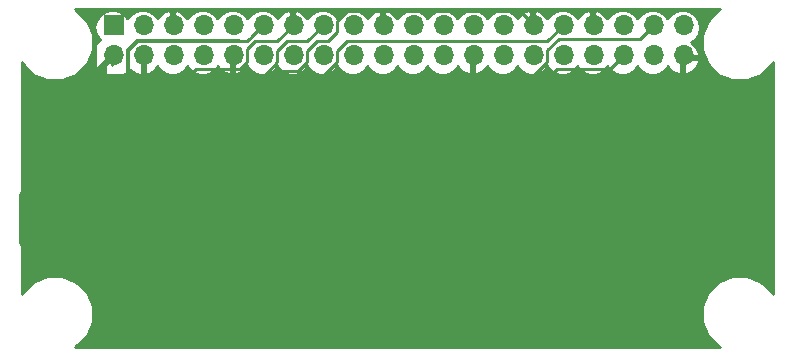
<source format=gtl>
G04 #@! TF.GenerationSoftware,KiCad,Pcbnew,(5.1.10-1-10_14)*
G04 #@! TF.CreationDate,2021-06-13T21:08:41+02:00*
G04 #@! TF.ProjectId,led_status_pcb_design,6c65645f-7374-4617-9475-735f7063625f,1.0*
G04 #@! TF.SameCoordinates,Original*
G04 #@! TF.FileFunction,Copper,L1,Top*
G04 #@! TF.FilePolarity,Positive*
%FSLAX46Y46*%
G04 Gerber Fmt 4.6, Leading zero omitted, Abs format (unit mm)*
G04 Created by KiCad (PCBNEW (5.1.10-1-10_14)) date 2021-06-13 21:08:41*
%MOMM*%
%LPD*%
G01*
G04 APERTURE LIST*
G04 #@! TA.AperFunction,ComponentPad*
%ADD10R,1.700000X1.700000*%
G04 #@! TD*
G04 #@! TA.AperFunction,ComponentPad*
%ADD11C,1.700000*%
G04 #@! TD*
G04 #@! TA.AperFunction,ComponentPad*
%ADD12C,1.800000*%
G04 #@! TD*
G04 #@! TA.AperFunction,ComponentPad*
%ADD13R,1.800000X1.800000*%
G04 #@! TD*
G04 #@! TA.AperFunction,ComponentPad*
%ADD14O,1.700000X1.700000*%
G04 #@! TD*
G04 #@! TA.AperFunction,ComponentPad*
%ADD15C,1.600000*%
G04 #@! TD*
G04 #@! TA.AperFunction,ComponentPad*
%ADD16R,1.600000X1.600000*%
G04 #@! TD*
G04 #@! TA.AperFunction,ComponentPad*
%ADD17O,1.000000X1.500000*%
G04 #@! TD*
G04 #@! TA.AperFunction,ComponentPad*
%ADD18R,1.000000X1.500000*%
G04 #@! TD*
G04 #@! TA.AperFunction,ComponentPad*
%ADD19O,1.600000X1.600000*%
G04 #@! TD*
G04 #@! TA.AperFunction,Conductor*
%ADD20C,0.250000*%
G04 #@! TD*
G04 #@! TA.AperFunction,Conductor*
%ADD21C,0.500000*%
G04 #@! TD*
G04 #@! TA.AperFunction,Conductor*
%ADD22C,0.300000*%
G04 #@! TD*
G04 #@! TA.AperFunction,Conductor*
%ADD23C,0.254000*%
G04 #@! TD*
G04 #@! TA.AperFunction,Conductor*
%ADD24C,0.100000*%
G04 #@! TD*
G04 APERTURE END LIST*
D10*
X168778920Y-115939560D03*
D11*
X171318920Y-113399560D03*
X173858920Y-115939560D03*
D12*
X138812000Y-109808000D03*
D13*
X136272000Y-109808000D03*
D10*
X126002780Y-93107500D03*
D14*
X126002780Y-95647500D03*
X128542780Y-93107500D03*
X128542780Y-95647500D03*
X131082780Y-93107500D03*
X131082780Y-95647500D03*
X133622780Y-93107500D03*
X133622780Y-95647500D03*
X136162780Y-93107500D03*
X136162780Y-95647500D03*
X138702780Y-93107500D03*
X138702780Y-95647500D03*
X141242780Y-93107500D03*
X141242780Y-95647500D03*
X143782780Y-93107500D03*
X143782780Y-95647500D03*
X146322780Y-93107500D03*
X146322780Y-95647500D03*
X148862780Y-93107500D03*
X148862780Y-95647500D03*
X151402780Y-93107500D03*
X151402780Y-95647500D03*
X153942780Y-93107500D03*
X153942780Y-95647500D03*
X156482780Y-93107500D03*
X156482780Y-95647500D03*
X159022780Y-93107500D03*
X159022780Y-95647500D03*
X161562780Y-93107500D03*
X161562780Y-95647500D03*
X164102780Y-93107500D03*
X164102780Y-95647500D03*
X166642780Y-93107500D03*
X166642780Y-95647500D03*
X169182780Y-93107500D03*
X169182780Y-95647500D03*
X171722780Y-93107500D03*
X171722780Y-95647500D03*
X174262780Y-93107500D03*
X174262780Y-95647500D03*
D15*
X119652000Y-101478000D03*
D16*
X122302000Y-104728000D03*
D12*
X119586740Y-109774980D03*
D13*
X122126740Y-109774980D03*
X126112000Y-109808000D03*
D12*
X128652000Y-109808000D03*
D13*
X131192000Y-109808000D03*
D12*
X133732000Y-109808000D03*
D13*
X141352000Y-109808000D03*
D12*
X143892000Y-109808000D03*
D13*
X146432000Y-109808000D03*
D12*
X148972000Y-109808000D03*
X154052000Y-109808000D03*
D13*
X151512000Y-109808000D03*
D12*
X159132000Y-109808000D03*
D13*
X156592000Y-109808000D03*
D12*
X164212000Y-109808000D03*
D13*
X161672000Y-109808000D03*
X166752000Y-109808000D03*
D12*
X169292000Y-109808000D03*
D17*
X175642000Y-111078000D03*
X176912000Y-111078000D03*
D18*
X174372000Y-111078000D03*
D19*
X126457440Y-106767620D03*
D15*
X126457440Y-99147620D03*
X130089640Y-99198420D03*
D19*
X130089640Y-106818420D03*
D15*
X133673580Y-99147620D03*
D19*
X133673580Y-106767620D03*
X137315940Y-106127540D03*
D15*
X137315940Y-98507540D03*
X141270720Y-98507540D03*
D19*
X141270720Y-106127540D03*
X145019760Y-106127540D03*
D15*
X145019760Y-98507540D03*
X148319220Y-99056180D03*
D19*
X148319220Y-106676180D03*
X152141920Y-106564420D03*
D15*
X152141920Y-98944420D03*
X156129720Y-99043480D03*
D19*
X156129720Y-106663480D03*
X159914320Y-106612680D03*
D15*
X159914320Y-98992680D03*
X164031660Y-98647240D03*
D19*
X164031660Y-106267240D03*
X168126140Y-106196120D03*
D15*
X168126140Y-98576120D03*
X171875180Y-98576120D03*
D19*
X171875180Y-106196120D03*
X175481980Y-106267240D03*
D15*
X175481980Y-98647240D03*
X179159900Y-99061260D03*
D19*
X179159900Y-106681260D03*
D20*
X125902000Y-96502998D02*
X125902000Y-95838000D01*
X174372000Y-109042222D02*
X180284901Y-103129321D01*
X174372000Y-111078000D02*
X174372000Y-109042222D01*
X175896000Y-99061260D02*
X175481980Y-98647240D01*
X179159900Y-99061260D02*
X175896000Y-99061260D01*
D21*
X122302000Y-99348280D02*
X122302000Y-104728000D01*
X126002780Y-95647500D02*
X122302000Y-99348280D01*
X126002780Y-95647500D02*
X125152781Y-96497499D01*
X127057441Y-100397621D02*
X128542780Y-98912282D01*
X125857439Y-100397621D02*
X127057441Y-100397621D01*
X128542780Y-98912282D02*
X128542780Y-95647500D01*
X125152781Y-99692963D02*
X125857439Y-100397621D01*
X125152781Y-96497499D02*
X125152781Y-99692963D01*
X175681999Y-119176001D02*
X175681999Y-115959999D01*
X161122879Y-119176001D02*
X175681999Y-119176001D01*
X127598003Y-119176001D02*
X161122879Y-119176001D01*
X160692041Y-119176001D02*
X161122879Y-119176001D01*
X122640001Y-114217999D02*
X127598003Y-119176001D01*
X120938579Y-114217999D02*
X122640001Y-114217999D01*
X118236739Y-111516159D02*
X120938579Y-114217999D01*
X118236739Y-107493261D02*
X118236739Y-111516159D01*
X121002000Y-104728000D02*
X118236739Y-107493261D01*
X122302000Y-104728000D02*
X121002000Y-104728000D01*
X180409901Y-111232097D02*
X180409901Y-100311261D01*
X180409901Y-100311261D02*
X179159900Y-99061260D01*
X175681999Y-115959999D02*
X180409901Y-111232097D01*
D20*
X127978779Y-94472499D02*
X127177781Y-95273497D01*
X127177781Y-95273497D02*
X127177781Y-97751639D01*
X137337781Y-94472499D02*
X127978779Y-94472499D01*
X138702780Y-93107500D02*
X137337781Y-94472499D01*
D22*
X127202781Y-95211497D02*
X127202781Y-98402279D01*
X127966779Y-94447499D02*
X127202781Y-95211497D01*
X136598783Y-94447499D02*
X127966779Y-94447499D01*
X126516109Y-99088951D02*
X126457440Y-99088951D01*
X127202781Y-98402279D02*
X126516109Y-99088951D01*
X138702780Y-93107500D02*
X137812791Y-93997489D01*
D20*
X138602000Y-95838000D02*
X138596100Y-95838000D01*
X131355062Y-98438960D02*
X130099800Y-98438960D01*
X136726781Y-96822501D02*
X132971521Y-96822501D01*
X137337781Y-96211501D02*
X136726781Y-96822501D01*
X137337781Y-95108909D02*
X137337781Y-96211501D01*
X132971521Y-96822501D02*
X131355062Y-98438960D01*
X137974191Y-94472499D02*
X137337781Y-95108909D01*
X139877781Y-94472499D02*
X137974191Y-94472499D01*
X141242780Y-93107500D02*
X139877781Y-94472499D01*
X138706743Y-97382539D02*
X134831601Y-97382539D01*
X139877781Y-96211501D02*
X138706743Y-97382539D01*
X139877781Y-95273497D02*
X139877781Y-96211501D01*
X140678779Y-94472499D02*
X139877781Y-95273497D01*
X134831601Y-97382539D02*
X133706600Y-98507540D01*
X142417781Y-94472499D02*
X140678779Y-94472499D01*
X143782780Y-93107500D02*
X142417781Y-94472499D01*
X139704052Y-97021640D02*
X138218152Y-98507540D01*
X141607642Y-97021640D02*
X139704052Y-97021640D01*
X142417781Y-96211501D02*
X141607642Y-97021640D01*
X142417781Y-95280219D02*
X142417781Y-96211501D01*
X143225501Y-94472499D02*
X142417781Y-95280219D01*
X144156783Y-94472499D02*
X143225501Y-94472499D01*
X144957781Y-93671501D02*
X144156783Y-94472499D01*
X144957781Y-92733497D02*
X144957781Y-93671501D01*
X145758779Y-91932499D02*
X144957781Y-92733497D01*
X160387779Y-91932499D02*
X145758779Y-91932499D01*
X138218152Y-98507540D02*
X137315940Y-98507540D01*
X161562780Y-93107500D02*
X160387779Y-91932499D01*
X142661742Y-98507540D02*
X141270720Y-98507540D01*
X144957781Y-96211501D02*
X142661742Y-98507540D01*
X144957781Y-95273497D02*
X144957781Y-96211501D01*
X162737781Y-94472499D02*
X145758779Y-94472499D01*
X145758779Y-94472499D02*
X144957781Y-95273497D01*
X164102780Y-93107500D02*
X162737781Y-94472499D01*
X160402000Y-98378000D02*
X160402000Y-99052991D01*
X163538779Y-96822501D02*
X161785160Y-98576120D01*
X168007779Y-96822501D02*
X163538779Y-96822501D01*
X169182780Y-95647500D02*
X168007779Y-96822501D01*
D22*
X160330880Y-98576120D02*
X159914320Y-98992680D01*
X161785160Y-98576120D02*
X160330880Y-98576120D01*
D20*
X146213341Y-97313959D02*
X145019760Y-98507540D01*
X161635323Y-97313959D02*
X146213341Y-97313959D01*
X162737781Y-96211501D02*
X161635323Y-97313959D01*
X162737781Y-95247199D02*
X162737781Y-96211501D01*
X163702479Y-94282501D02*
X162737781Y-95247199D01*
X170547779Y-94282501D02*
X163702479Y-94282501D01*
X171722780Y-93107500D02*
X170547779Y-94282501D01*
D22*
X126457440Y-106767620D02*
X123697238Y-106767620D01*
X119696738Y-109774980D02*
X119586740Y-109774980D01*
X122704098Y-106767620D02*
X119696738Y-109774980D01*
X126457440Y-106767620D02*
X122704098Y-106767620D01*
X130089640Y-108370360D02*
X128652000Y-109808000D01*
X130089640Y-106818420D02*
X130089640Y-108370360D01*
D20*
X133706600Y-109782600D02*
X133732000Y-109808000D01*
D22*
X133673580Y-109749580D02*
X133732000Y-109808000D01*
X133673580Y-106767620D02*
X133673580Y-109749580D01*
D20*
X137315940Y-108311940D02*
X138812000Y-109808000D01*
X137315940Y-106127540D02*
X137315940Y-108311940D01*
X143892000Y-108748820D02*
X143892000Y-109808000D01*
X141270720Y-106127540D02*
X143892000Y-108748820D01*
X148700220Y-109808000D02*
X148972000Y-109808000D01*
X145019760Y-106127540D02*
X148700220Y-109808000D01*
D22*
X151958421Y-107714421D02*
X154052000Y-109808000D01*
X149710521Y-107714421D02*
X151958421Y-107714421D01*
X148509720Y-106513620D02*
X149710521Y-107714421D01*
X157881999Y-108557999D02*
X159132000Y-109808000D01*
X154135499Y-108557999D02*
X157881999Y-108557999D01*
X152141920Y-106564420D02*
X154135499Y-108557999D01*
X162961999Y-108557999D02*
X164212000Y-109808000D01*
X159155609Y-108557999D02*
X162961999Y-108557999D01*
X157261090Y-106663480D02*
X159155609Y-108557999D01*
X156129720Y-106663480D02*
X157261090Y-106663480D01*
D20*
X168066999Y-108582999D02*
X169292000Y-109808000D01*
X164682417Y-108582999D02*
X168066999Y-108582999D01*
X162295538Y-106196120D02*
X164682417Y-108582999D01*
X159868600Y-106196120D02*
X162295538Y-106196120D01*
D22*
X170750179Y-107204281D02*
X170714400Y-107240060D01*
X170725179Y-112407039D02*
X171646580Y-113328440D01*
X170725179Y-99726121D02*
X170725179Y-112407039D01*
X171875180Y-98576120D02*
X170725179Y-99726121D01*
D20*
X175690260Y-111078000D02*
X176086990Y-110681270D01*
X175642000Y-111078000D02*
X175690260Y-111078000D01*
D22*
X174186580Y-114512080D02*
X175642000Y-113056660D01*
X174186580Y-115868440D02*
X174186580Y-114512080D01*
D20*
X175642000Y-113056660D02*
X175642000Y-111078000D01*
D22*
X175642000Y-110199160D02*
X175642000Y-111078000D01*
X179159900Y-106681260D02*
X175642000Y-110199160D01*
D20*
X171946300Y-106267240D02*
X171875180Y-106196120D01*
X175481980Y-106267240D02*
X171946300Y-106267240D01*
D23*
X177204051Y-91832281D02*
X176296281Y-92740051D01*
X175805000Y-93926110D01*
X175805000Y-95209890D01*
X176296281Y-96395949D01*
X177204051Y-97303719D01*
X178390110Y-97795000D01*
X179673890Y-97795000D01*
X180859949Y-97303719D01*
X181767719Y-96395949D01*
X181822000Y-96264903D01*
X181822001Y-115871099D01*
X181767719Y-115740051D01*
X180859949Y-114832281D01*
X179673890Y-114341000D01*
X178390110Y-114341000D01*
X177204051Y-114832281D01*
X176296281Y-115740051D01*
X175805000Y-116926110D01*
X175805000Y-118209890D01*
X176296281Y-119395949D01*
X177204051Y-120303719D01*
X177335097Y-120358000D01*
X122728903Y-120358000D01*
X122859949Y-120303719D01*
X123767719Y-119395949D01*
X124259000Y-118209890D01*
X124259000Y-116926110D01*
X123767719Y-115740051D01*
X122859949Y-114832281D01*
X121673890Y-114341000D01*
X120390110Y-114341000D01*
X119204051Y-114832281D01*
X118296281Y-115740051D01*
X118242000Y-115871097D01*
X118242000Y-96264903D01*
X118296281Y-96395949D01*
X119204051Y-97303719D01*
X120390110Y-97795000D01*
X121673890Y-97795000D01*
X122859949Y-97303719D01*
X123767719Y-96395949D01*
X124259000Y-95209890D01*
X124259000Y-93926110D01*
X123998829Y-93298000D01*
X124387908Y-93298000D01*
X124503161Y-93877418D01*
X124831375Y-94368625D01*
X124849619Y-94380816D01*
X124804235Y-94389843D01*
X124594191Y-94530191D01*
X124453843Y-94740235D01*
X124404560Y-94988000D01*
X124404560Y-96688000D01*
X124453843Y-96935765D01*
X124594191Y-97145809D01*
X124804235Y-97286157D01*
X125052000Y-97335440D01*
X126752000Y-97335440D01*
X126999765Y-97286157D01*
X127209809Y-97145809D01*
X127350157Y-96935765D01*
X127359184Y-96890381D01*
X127371375Y-96908625D01*
X127862582Y-97236839D01*
X128295744Y-97323000D01*
X128588256Y-97323000D01*
X129021418Y-97236839D01*
X129512625Y-96908625D01*
X129712000Y-96610239D01*
X129911375Y-96908625D01*
X130402582Y-97236839D01*
X130835744Y-97323000D01*
X131128256Y-97323000D01*
X131561418Y-97236839D01*
X132052625Y-96908625D01*
X132252000Y-96610239D01*
X132451375Y-96908625D01*
X132942582Y-97236839D01*
X133375744Y-97323000D01*
X133668256Y-97323000D01*
X134101418Y-97236839D01*
X134592625Y-96908625D01*
X134805843Y-96589522D01*
X134866817Y-96719358D01*
X135295076Y-97109645D01*
X135705110Y-97279476D01*
X135935000Y-97158155D01*
X135935000Y-95965000D01*
X135915000Y-95965000D01*
X135915000Y-95711000D01*
X135935000Y-95711000D01*
X135935000Y-95691000D01*
X136189000Y-95691000D01*
X136189000Y-95711000D01*
X136209000Y-95711000D01*
X136209000Y-95965000D01*
X136189000Y-95965000D01*
X136189000Y-97158155D01*
X136418890Y-97279476D01*
X136828924Y-97109645D01*
X137257183Y-96719358D01*
X137318157Y-96589522D01*
X137531375Y-96908625D01*
X138022582Y-97236839D01*
X138455744Y-97323000D01*
X138748256Y-97323000D01*
X139181418Y-97236839D01*
X139672625Y-96908625D01*
X139872000Y-96610239D01*
X140071375Y-96908625D01*
X140562582Y-97236839D01*
X140995744Y-97323000D01*
X141288256Y-97323000D01*
X141721418Y-97236839D01*
X142212625Y-96908625D01*
X142412000Y-96610239D01*
X142611375Y-96908625D01*
X143102582Y-97236839D01*
X143535744Y-97323000D01*
X143828256Y-97323000D01*
X144261418Y-97236839D01*
X144752625Y-96908625D01*
X144952000Y-96610239D01*
X145151375Y-96908625D01*
X145642582Y-97236839D01*
X146075744Y-97323000D01*
X146368256Y-97323000D01*
X146801418Y-97236839D01*
X147292625Y-96908625D01*
X147492000Y-96610239D01*
X147691375Y-96908625D01*
X148182582Y-97236839D01*
X148615744Y-97323000D01*
X148908256Y-97323000D01*
X149341418Y-97236839D01*
X149832625Y-96908625D01*
X150032000Y-96610239D01*
X150231375Y-96908625D01*
X150722582Y-97236839D01*
X151155744Y-97323000D01*
X151448256Y-97323000D01*
X151881418Y-97236839D01*
X152372625Y-96908625D01*
X152572000Y-96610239D01*
X152771375Y-96908625D01*
X153262582Y-97236839D01*
X153695744Y-97323000D01*
X153988256Y-97323000D01*
X154421418Y-97236839D01*
X154912625Y-96908625D01*
X155125843Y-96589522D01*
X155186817Y-96719358D01*
X155615076Y-97109645D01*
X156025110Y-97279476D01*
X156255000Y-97158155D01*
X156255000Y-95965000D01*
X156235000Y-95965000D01*
X156235000Y-95711000D01*
X156255000Y-95711000D01*
X156255000Y-95691000D01*
X156509000Y-95691000D01*
X156509000Y-95711000D01*
X156529000Y-95711000D01*
X156529000Y-95965000D01*
X156509000Y-95965000D01*
X156509000Y-97158155D01*
X156738890Y-97279476D01*
X157148924Y-97109645D01*
X157577183Y-96719358D01*
X157638157Y-96589522D01*
X157851375Y-96908625D01*
X158342582Y-97236839D01*
X158775744Y-97323000D01*
X159068256Y-97323000D01*
X159501418Y-97236839D01*
X159992625Y-96908625D01*
X160192000Y-96610239D01*
X160391375Y-96908625D01*
X160882582Y-97236839D01*
X161315744Y-97323000D01*
X161608256Y-97323000D01*
X162041418Y-97236839D01*
X162532625Y-96908625D01*
X162732000Y-96610239D01*
X162931375Y-96908625D01*
X163422582Y-97236839D01*
X163855744Y-97323000D01*
X164148256Y-97323000D01*
X164581418Y-97236839D01*
X165072625Y-96908625D01*
X165272000Y-96610239D01*
X165471375Y-96908625D01*
X165962582Y-97236839D01*
X166395744Y-97323000D01*
X166688256Y-97323000D01*
X167121418Y-97236839D01*
X167612625Y-96908625D01*
X167812000Y-96610239D01*
X168011375Y-96908625D01*
X168502582Y-97236839D01*
X168935744Y-97323000D01*
X169228256Y-97323000D01*
X169661418Y-97236839D01*
X170152625Y-96908625D01*
X170352000Y-96610239D01*
X170551375Y-96908625D01*
X171042582Y-97236839D01*
X171475744Y-97323000D01*
X171768256Y-97323000D01*
X172201418Y-97236839D01*
X172692625Y-96908625D01*
X172905843Y-96589522D01*
X172966817Y-96719358D01*
X173395076Y-97109645D01*
X173805110Y-97279476D01*
X174035000Y-97158155D01*
X174035000Y-95965000D01*
X174289000Y-95965000D01*
X174289000Y-97158155D01*
X174518890Y-97279476D01*
X174928924Y-97109645D01*
X175357183Y-96719358D01*
X175603486Y-96194892D01*
X175482819Y-95965000D01*
X174289000Y-95965000D01*
X174035000Y-95965000D01*
X174015000Y-95965000D01*
X174015000Y-95711000D01*
X174035000Y-95711000D01*
X174035000Y-95691000D01*
X174289000Y-95691000D01*
X174289000Y-95711000D01*
X175482819Y-95711000D01*
X175603486Y-95481108D01*
X175357183Y-94956642D01*
X174932214Y-94569353D01*
X175232625Y-94368625D01*
X175560839Y-93877418D01*
X175676092Y-93298000D01*
X175560839Y-92718582D01*
X175232625Y-92227375D01*
X174741418Y-91899161D01*
X174308256Y-91813000D01*
X174015744Y-91813000D01*
X173582582Y-91899161D01*
X173091375Y-92227375D01*
X172892000Y-92525761D01*
X172692625Y-92227375D01*
X172201418Y-91899161D01*
X171768256Y-91813000D01*
X171475744Y-91813000D01*
X171042582Y-91899161D01*
X170551375Y-92227375D01*
X170352000Y-92525761D01*
X170152625Y-92227375D01*
X169661418Y-91899161D01*
X169228256Y-91813000D01*
X168935744Y-91813000D01*
X168502582Y-91899161D01*
X168011375Y-92227375D01*
X167798157Y-92546478D01*
X167737183Y-92416642D01*
X167308924Y-92026355D01*
X166898890Y-91856524D01*
X166669000Y-91977845D01*
X166669000Y-93171000D01*
X166689000Y-93171000D01*
X166689000Y-93425000D01*
X166669000Y-93425000D01*
X166669000Y-93445000D01*
X166415000Y-93445000D01*
X166415000Y-93425000D01*
X166395000Y-93425000D01*
X166395000Y-93171000D01*
X166415000Y-93171000D01*
X166415000Y-91977845D01*
X166185110Y-91856524D01*
X165775076Y-92026355D01*
X165346817Y-92416642D01*
X165285843Y-92546478D01*
X165072625Y-92227375D01*
X164581418Y-91899161D01*
X164148256Y-91813000D01*
X163855744Y-91813000D01*
X163422582Y-91899161D01*
X162931375Y-92227375D01*
X162718157Y-92546478D01*
X162657183Y-92416642D01*
X162228924Y-92026355D01*
X161818890Y-91856524D01*
X161589000Y-91977845D01*
X161589000Y-93171000D01*
X161609000Y-93171000D01*
X161609000Y-93425000D01*
X161589000Y-93425000D01*
X161589000Y-93445000D01*
X161335000Y-93445000D01*
X161335000Y-93425000D01*
X161315000Y-93425000D01*
X161315000Y-93171000D01*
X161335000Y-93171000D01*
X161335000Y-91977845D01*
X161105110Y-91856524D01*
X160695076Y-92026355D01*
X160266817Y-92416642D01*
X160205843Y-92546478D01*
X159992625Y-92227375D01*
X159501418Y-91899161D01*
X159068256Y-91813000D01*
X158775744Y-91813000D01*
X158342582Y-91899161D01*
X157851375Y-92227375D01*
X157652000Y-92525761D01*
X157452625Y-92227375D01*
X156961418Y-91899161D01*
X156528256Y-91813000D01*
X156235744Y-91813000D01*
X155802582Y-91899161D01*
X155311375Y-92227375D01*
X155112000Y-92525761D01*
X154912625Y-92227375D01*
X154421418Y-91899161D01*
X153988256Y-91813000D01*
X153695744Y-91813000D01*
X153262582Y-91899161D01*
X152771375Y-92227375D01*
X152572000Y-92525761D01*
X152372625Y-92227375D01*
X151881418Y-91899161D01*
X151448256Y-91813000D01*
X151155744Y-91813000D01*
X150722582Y-91899161D01*
X150231375Y-92227375D01*
X150018157Y-92546478D01*
X149957183Y-92416642D01*
X149528924Y-92026355D01*
X149118890Y-91856524D01*
X148889000Y-91977845D01*
X148889000Y-93171000D01*
X148909000Y-93171000D01*
X148909000Y-93425000D01*
X148889000Y-93425000D01*
X148889000Y-93445000D01*
X148635000Y-93445000D01*
X148635000Y-93425000D01*
X148615000Y-93425000D01*
X148615000Y-93171000D01*
X148635000Y-93171000D01*
X148635000Y-91977845D01*
X148405110Y-91856524D01*
X147995076Y-92026355D01*
X147566817Y-92416642D01*
X147505843Y-92546478D01*
X147292625Y-92227375D01*
X146801418Y-91899161D01*
X146368256Y-91813000D01*
X146075744Y-91813000D01*
X145642582Y-91899161D01*
X145151375Y-92227375D01*
X144952000Y-92525761D01*
X144752625Y-92227375D01*
X144261418Y-91899161D01*
X143828256Y-91813000D01*
X143535744Y-91813000D01*
X143102582Y-91899161D01*
X142611375Y-92227375D01*
X142398157Y-92546478D01*
X142337183Y-92416642D01*
X141908924Y-92026355D01*
X141498890Y-91856524D01*
X141269000Y-91977845D01*
X141269000Y-93171000D01*
X141289000Y-93171000D01*
X141289000Y-93425000D01*
X141269000Y-93425000D01*
X141269000Y-93445000D01*
X141015000Y-93445000D01*
X141015000Y-93425000D01*
X140995000Y-93425000D01*
X140995000Y-93171000D01*
X141015000Y-93171000D01*
X141015000Y-91977845D01*
X140785110Y-91856524D01*
X140375076Y-92026355D01*
X139946817Y-92416642D01*
X139885843Y-92546478D01*
X139672625Y-92227375D01*
X139181418Y-91899161D01*
X138748256Y-91813000D01*
X138455744Y-91813000D01*
X138022582Y-91899161D01*
X137531375Y-92227375D01*
X137332000Y-92525761D01*
X137132625Y-92227375D01*
X136641418Y-91899161D01*
X136208256Y-91813000D01*
X135915744Y-91813000D01*
X135482582Y-91899161D01*
X134991375Y-92227375D01*
X134792000Y-92525761D01*
X134592625Y-92227375D01*
X134101418Y-91899161D01*
X133668256Y-91813000D01*
X133375744Y-91813000D01*
X132942582Y-91899161D01*
X132451375Y-92227375D01*
X132238157Y-92546478D01*
X132177183Y-92416642D01*
X131748924Y-92026355D01*
X131338890Y-91856524D01*
X131109000Y-91977845D01*
X131109000Y-93171000D01*
X131129000Y-93171000D01*
X131129000Y-93425000D01*
X131109000Y-93425000D01*
X131109000Y-93445000D01*
X130855000Y-93445000D01*
X130855000Y-93425000D01*
X130835000Y-93425000D01*
X130835000Y-93171000D01*
X130855000Y-93171000D01*
X130855000Y-91977845D01*
X130625110Y-91856524D01*
X130215076Y-92026355D01*
X129786817Y-92416642D01*
X129725843Y-92546478D01*
X129512625Y-92227375D01*
X129021418Y-91899161D01*
X128588256Y-91813000D01*
X128295744Y-91813000D01*
X127862582Y-91899161D01*
X127371375Y-92227375D01*
X127172000Y-92525761D01*
X126972625Y-92227375D01*
X126481418Y-91899161D01*
X126048256Y-91813000D01*
X125755744Y-91813000D01*
X125322582Y-91899161D01*
X124831375Y-92227375D01*
X124503161Y-92718582D01*
X124387908Y-93298000D01*
X123998829Y-93298000D01*
X123767719Y-92740051D01*
X122859949Y-91832281D01*
X122728903Y-91778000D01*
X177335097Y-91778000D01*
X177204051Y-91832281D01*
G04 #@! TA.AperFunction,Conductor*
D24*
G36*
X177204051Y-91832281D02*
G01*
X176296281Y-92740051D01*
X175805000Y-93926110D01*
X175805000Y-95209890D01*
X176296281Y-96395949D01*
X177204051Y-97303719D01*
X178390110Y-97795000D01*
X179673890Y-97795000D01*
X180859949Y-97303719D01*
X181767719Y-96395949D01*
X181822000Y-96264903D01*
X181822001Y-115871099D01*
X181767719Y-115740051D01*
X180859949Y-114832281D01*
X179673890Y-114341000D01*
X178390110Y-114341000D01*
X177204051Y-114832281D01*
X176296281Y-115740051D01*
X175805000Y-116926110D01*
X175805000Y-118209890D01*
X176296281Y-119395949D01*
X177204051Y-120303719D01*
X177335097Y-120358000D01*
X122728903Y-120358000D01*
X122859949Y-120303719D01*
X123767719Y-119395949D01*
X124259000Y-118209890D01*
X124259000Y-116926110D01*
X123767719Y-115740051D01*
X122859949Y-114832281D01*
X121673890Y-114341000D01*
X120390110Y-114341000D01*
X119204051Y-114832281D01*
X118296281Y-115740051D01*
X118242000Y-115871097D01*
X118242000Y-96264903D01*
X118296281Y-96395949D01*
X119204051Y-97303719D01*
X120390110Y-97795000D01*
X121673890Y-97795000D01*
X122859949Y-97303719D01*
X123767719Y-96395949D01*
X124259000Y-95209890D01*
X124259000Y-93926110D01*
X123998829Y-93298000D01*
X124387908Y-93298000D01*
X124503161Y-93877418D01*
X124831375Y-94368625D01*
X124849619Y-94380816D01*
X124804235Y-94389843D01*
X124594191Y-94530191D01*
X124453843Y-94740235D01*
X124404560Y-94988000D01*
X124404560Y-96688000D01*
X124453843Y-96935765D01*
X124594191Y-97145809D01*
X124804235Y-97286157D01*
X125052000Y-97335440D01*
X126752000Y-97335440D01*
X126999765Y-97286157D01*
X127209809Y-97145809D01*
X127350157Y-96935765D01*
X127359184Y-96890381D01*
X127371375Y-96908625D01*
X127862582Y-97236839D01*
X128295744Y-97323000D01*
X128588256Y-97323000D01*
X129021418Y-97236839D01*
X129512625Y-96908625D01*
X129712000Y-96610239D01*
X129911375Y-96908625D01*
X130402582Y-97236839D01*
X130835744Y-97323000D01*
X131128256Y-97323000D01*
X131561418Y-97236839D01*
X132052625Y-96908625D01*
X132252000Y-96610239D01*
X132451375Y-96908625D01*
X132942582Y-97236839D01*
X133375744Y-97323000D01*
X133668256Y-97323000D01*
X134101418Y-97236839D01*
X134592625Y-96908625D01*
X134805843Y-96589522D01*
X134866817Y-96719358D01*
X135295076Y-97109645D01*
X135705110Y-97279476D01*
X135935000Y-97158155D01*
X135935000Y-95965000D01*
X135915000Y-95965000D01*
X135915000Y-95711000D01*
X135935000Y-95711000D01*
X135935000Y-95691000D01*
X136189000Y-95691000D01*
X136189000Y-95711000D01*
X136209000Y-95711000D01*
X136209000Y-95965000D01*
X136189000Y-95965000D01*
X136189000Y-97158155D01*
X136418890Y-97279476D01*
X136828924Y-97109645D01*
X137257183Y-96719358D01*
X137318157Y-96589522D01*
X137531375Y-96908625D01*
X138022582Y-97236839D01*
X138455744Y-97323000D01*
X138748256Y-97323000D01*
X139181418Y-97236839D01*
X139672625Y-96908625D01*
X139872000Y-96610239D01*
X140071375Y-96908625D01*
X140562582Y-97236839D01*
X140995744Y-97323000D01*
X141288256Y-97323000D01*
X141721418Y-97236839D01*
X142212625Y-96908625D01*
X142412000Y-96610239D01*
X142611375Y-96908625D01*
X143102582Y-97236839D01*
X143535744Y-97323000D01*
X143828256Y-97323000D01*
X144261418Y-97236839D01*
X144752625Y-96908625D01*
X144952000Y-96610239D01*
X145151375Y-96908625D01*
X145642582Y-97236839D01*
X146075744Y-97323000D01*
X146368256Y-97323000D01*
X146801418Y-97236839D01*
X147292625Y-96908625D01*
X147492000Y-96610239D01*
X147691375Y-96908625D01*
X148182582Y-97236839D01*
X148615744Y-97323000D01*
X148908256Y-97323000D01*
X149341418Y-97236839D01*
X149832625Y-96908625D01*
X150032000Y-96610239D01*
X150231375Y-96908625D01*
X150722582Y-97236839D01*
X151155744Y-97323000D01*
X151448256Y-97323000D01*
X151881418Y-97236839D01*
X152372625Y-96908625D01*
X152572000Y-96610239D01*
X152771375Y-96908625D01*
X153262582Y-97236839D01*
X153695744Y-97323000D01*
X153988256Y-97323000D01*
X154421418Y-97236839D01*
X154912625Y-96908625D01*
X155125843Y-96589522D01*
X155186817Y-96719358D01*
X155615076Y-97109645D01*
X156025110Y-97279476D01*
X156255000Y-97158155D01*
X156255000Y-95965000D01*
X156235000Y-95965000D01*
X156235000Y-95711000D01*
X156255000Y-95711000D01*
X156255000Y-95691000D01*
X156509000Y-95691000D01*
X156509000Y-95711000D01*
X156529000Y-95711000D01*
X156529000Y-95965000D01*
X156509000Y-95965000D01*
X156509000Y-97158155D01*
X156738890Y-97279476D01*
X157148924Y-97109645D01*
X157577183Y-96719358D01*
X157638157Y-96589522D01*
X157851375Y-96908625D01*
X158342582Y-97236839D01*
X158775744Y-97323000D01*
X159068256Y-97323000D01*
X159501418Y-97236839D01*
X159992625Y-96908625D01*
X160192000Y-96610239D01*
X160391375Y-96908625D01*
X160882582Y-97236839D01*
X161315744Y-97323000D01*
X161608256Y-97323000D01*
X162041418Y-97236839D01*
X162532625Y-96908625D01*
X162732000Y-96610239D01*
X162931375Y-96908625D01*
X163422582Y-97236839D01*
X163855744Y-97323000D01*
X164148256Y-97323000D01*
X164581418Y-97236839D01*
X165072625Y-96908625D01*
X165272000Y-96610239D01*
X165471375Y-96908625D01*
X165962582Y-97236839D01*
X166395744Y-97323000D01*
X166688256Y-97323000D01*
X167121418Y-97236839D01*
X167612625Y-96908625D01*
X167812000Y-96610239D01*
X168011375Y-96908625D01*
X168502582Y-97236839D01*
X168935744Y-97323000D01*
X169228256Y-97323000D01*
X169661418Y-97236839D01*
X170152625Y-96908625D01*
X170352000Y-96610239D01*
X170551375Y-96908625D01*
X171042582Y-97236839D01*
X171475744Y-97323000D01*
X171768256Y-97323000D01*
X172201418Y-97236839D01*
X172692625Y-96908625D01*
X172905843Y-96589522D01*
X172966817Y-96719358D01*
X173395076Y-97109645D01*
X173805110Y-97279476D01*
X174035000Y-97158155D01*
X174035000Y-95965000D01*
X174289000Y-95965000D01*
X174289000Y-97158155D01*
X174518890Y-97279476D01*
X174928924Y-97109645D01*
X175357183Y-96719358D01*
X175603486Y-96194892D01*
X175482819Y-95965000D01*
X174289000Y-95965000D01*
X174035000Y-95965000D01*
X174015000Y-95965000D01*
X174015000Y-95711000D01*
X174035000Y-95711000D01*
X174035000Y-95691000D01*
X174289000Y-95691000D01*
X174289000Y-95711000D01*
X175482819Y-95711000D01*
X175603486Y-95481108D01*
X175357183Y-94956642D01*
X174932214Y-94569353D01*
X175232625Y-94368625D01*
X175560839Y-93877418D01*
X175676092Y-93298000D01*
X175560839Y-92718582D01*
X175232625Y-92227375D01*
X174741418Y-91899161D01*
X174308256Y-91813000D01*
X174015744Y-91813000D01*
X173582582Y-91899161D01*
X173091375Y-92227375D01*
X172892000Y-92525761D01*
X172692625Y-92227375D01*
X172201418Y-91899161D01*
X171768256Y-91813000D01*
X171475744Y-91813000D01*
X171042582Y-91899161D01*
X170551375Y-92227375D01*
X170352000Y-92525761D01*
X170152625Y-92227375D01*
X169661418Y-91899161D01*
X169228256Y-91813000D01*
X168935744Y-91813000D01*
X168502582Y-91899161D01*
X168011375Y-92227375D01*
X167798157Y-92546478D01*
X167737183Y-92416642D01*
X167308924Y-92026355D01*
X166898890Y-91856524D01*
X166669000Y-91977845D01*
X166669000Y-93171000D01*
X166689000Y-93171000D01*
X166689000Y-93425000D01*
X166669000Y-93425000D01*
X166669000Y-93445000D01*
X166415000Y-93445000D01*
X166415000Y-93425000D01*
X166395000Y-93425000D01*
X166395000Y-93171000D01*
X166415000Y-93171000D01*
X166415000Y-91977845D01*
X166185110Y-91856524D01*
X165775076Y-92026355D01*
X165346817Y-92416642D01*
X165285843Y-92546478D01*
X165072625Y-92227375D01*
X164581418Y-91899161D01*
X164148256Y-91813000D01*
X163855744Y-91813000D01*
X163422582Y-91899161D01*
X162931375Y-92227375D01*
X162718157Y-92546478D01*
X162657183Y-92416642D01*
X162228924Y-92026355D01*
X161818890Y-91856524D01*
X161589000Y-91977845D01*
X161589000Y-93171000D01*
X161609000Y-93171000D01*
X161609000Y-93425000D01*
X161589000Y-93425000D01*
X161589000Y-93445000D01*
X161335000Y-93445000D01*
X161335000Y-93425000D01*
X161315000Y-93425000D01*
X161315000Y-93171000D01*
X161335000Y-93171000D01*
X161335000Y-91977845D01*
X161105110Y-91856524D01*
X160695076Y-92026355D01*
X160266817Y-92416642D01*
X160205843Y-92546478D01*
X159992625Y-92227375D01*
X159501418Y-91899161D01*
X159068256Y-91813000D01*
X158775744Y-91813000D01*
X158342582Y-91899161D01*
X157851375Y-92227375D01*
X157652000Y-92525761D01*
X157452625Y-92227375D01*
X156961418Y-91899161D01*
X156528256Y-91813000D01*
X156235744Y-91813000D01*
X155802582Y-91899161D01*
X155311375Y-92227375D01*
X155112000Y-92525761D01*
X154912625Y-92227375D01*
X154421418Y-91899161D01*
X153988256Y-91813000D01*
X153695744Y-91813000D01*
X153262582Y-91899161D01*
X152771375Y-92227375D01*
X152572000Y-92525761D01*
X152372625Y-92227375D01*
X151881418Y-91899161D01*
X151448256Y-91813000D01*
X151155744Y-91813000D01*
X150722582Y-91899161D01*
X150231375Y-92227375D01*
X150018157Y-92546478D01*
X149957183Y-92416642D01*
X149528924Y-92026355D01*
X149118890Y-91856524D01*
X148889000Y-91977845D01*
X148889000Y-93171000D01*
X148909000Y-93171000D01*
X148909000Y-93425000D01*
X148889000Y-93425000D01*
X148889000Y-93445000D01*
X148635000Y-93445000D01*
X148635000Y-93425000D01*
X148615000Y-93425000D01*
X148615000Y-93171000D01*
X148635000Y-93171000D01*
X148635000Y-91977845D01*
X148405110Y-91856524D01*
X147995076Y-92026355D01*
X147566817Y-92416642D01*
X147505843Y-92546478D01*
X147292625Y-92227375D01*
X146801418Y-91899161D01*
X146368256Y-91813000D01*
X146075744Y-91813000D01*
X145642582Y-91899161D01*
X145151375Y-92227375D01*
X144952000Y-92525761D01*
X144752625Y-92227375D01*
X144261418Y-91899161D01*
X143828256Y-91813000D01*
X143535744Y-91813000D01*
X143102582Y-91899161D01*
X142611375Y-92227375D01*
X142398157Y-92546478D01*
X142337183Y-92416642D01*
X141908924Y-92026355D01*
X141498890Y-91856524D01*
X141269000Y-91977845D01*
X141269000Y-93171000D01*
X141289000Y-93171000D01*
X141289000Y-93425000D01*
X141269000Y-93425000D01*
X141269000Y-93445000D01*
X141015000Y-93445000D01*
X141015000Y-93425000D01*
X140995000Y-93425000D01*
X140995000Y-93171000D01*
X141015000Y-93171000D01*
X141015000Y-91977845D01*
X140785110Y-91856524D01*
X140375076Y-92026355D01*
X139946817Y-92416642D01*
X139885843Y-92546478D01*
X139672625Y-92227375D01*
X139181418Y-91899161D01*
X138748256Y-91813000D01*
X138455744Y-91813000D01*
X138022582Y-91899161D01*
X137531375Y-92227375D01*
X137332000Y-92525761D01*
X137132625Y-92227375D01*
X136641418Y-91899161D01*
X136208256Y-91813000D01*
X135915744Y-91813000D01*
X135482582Y-91899161D01*
X134991375Y-92227375D01*
X134792000Y-92525761D01*
X134592625Y-92227375D01*
X134101418Y-91899161D01*
X133668256Y-91813000D01*
X133375744Y-91813000D01*
X132942582Y-91899161D01*
X132451375Y-92227375D01*
X132238157Y-92546478D01*
X132177183Y-92416642D01*
X131748924Y-92026355D01*
X131338890Y-91856524D01*
X131109000Y-91977845D01*
X131109000Y-93171000D01*
X131129000Y-93171000D01*
X131129000Y-93425000D01*
X131109000Y-93425000D01*
X131109000Y-93445000D01*
X130855000Y-93445000D01*
X130855000Y-93425000D01*
X130835000Y-93425000D01*
X130835000Y-93171000D01*
X130855000Y-93171000D01*
X130855000Y-91977845D01*
X130625110Y-91856524D01*
X130215076Y-92026355D01*
X129786817Y-92416642D01*
X129725843Y-92546478D01*
X129512625Y-92227375D01*
X129021418Y-91899161D01*
X128588256Y-91813000D01*
X128295744Y-91813000D01*
X127862582Y-91899161D01*
X127371375Y-92227375D01*
X127172000Y-92525761D01*
X126972625Y-92227375D01*
X126481418Y-91899161D01*
X126048256Y-91813000D01*
X125755744Y-91813000D01*
X125322582Y-91899161D01*
X124831375Y-92227375D01*
X124503161Y-92718582D01*
X124387908Y-93298000D01*
X123998829Y-93298000D01*
X123767719Y-92740051D01*
X122859949Y-91832281D01*
X122728903Y-91778000D01*
X177335097Y-91778000D01*
X177204051Y-91832281D01*
G37*
G04 #@! TD.AperFunction*
M02*

</source>
